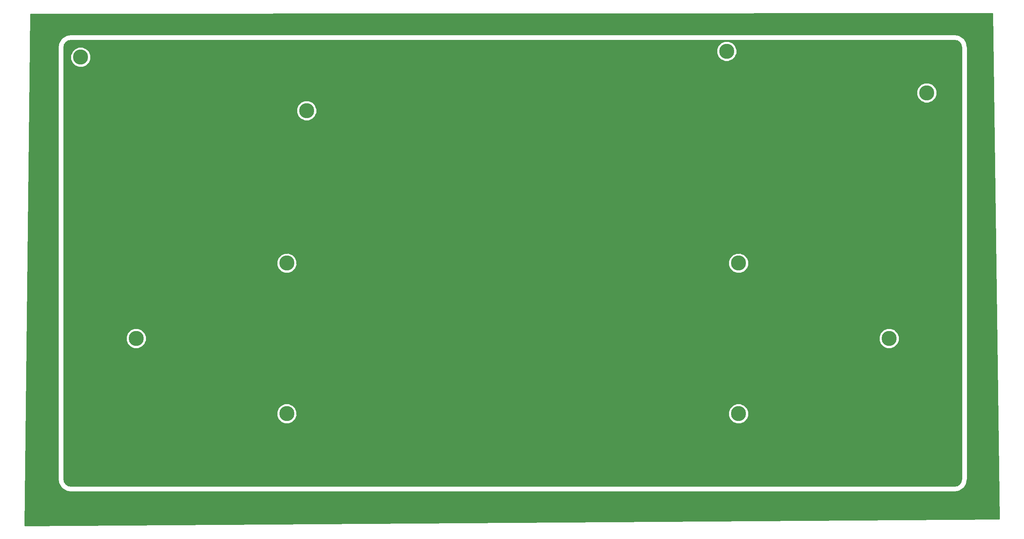
<source format=gbl>
G04 #@! TF.FileFunction,Copper,L2,Bot,Signal*
%FSLAX46Y46*%
G04 Gerber Fmt 4.6, Leading zero omitted, Abs format (unit mm)*
G04 Created by KiCad (PCBNEW 4.0.7) date 09/10/18 23:50:29*
%MOMM*%
%LPD*%
G01*
G04 APERTURE LIST*
%ADD10C,0.100000*%
%ADD11C,3.800000*%
%ADD12C,0.254000*%
G04 APERTURE END LIST*
D10*
D11*
X243500000Y-111500000D03*
X202500000Y-39000000D03*
X96500000Y-54000000D03*
X39500000Y-40500000D03*
X205500000Y-92500000D03*
X91500000Y-92500000D03*
X53500000Y-111500000D03*
X91500000Y-130500000D03*
X205500000Y-130500000D03*
X253000000Y-49500000D03*
D12*
G36*
X271271312Y-157073886D02*
X25428392Y-158772110D01*
X26735045Y-38000000D01*
X33790000Y-38000000D01*
X33790000Y-147000000D01*
X33803642Y-147068584D01*
X33803642Y-147138514D01*
X33993943Y-148095223D01*
X34068907Y-148276200D01*
X34099958Y-148351164D01*
X34641889Y-149162222D01*
X34837778Y-149358110D01*
X35648836Y-149900042D01*
X35754851Y-149943955D01*
X35904777Y-150006057D01*
X36861486Y-150196358D01*
X36931416Y-150196358D01*
X37000000Y-150210000D01*
X260000000Y-150210000D01*
X260068584Y-150196358D01*
X260138514Y-150196358D01*
X261095223Y-150006057D01*
X261276200Y-149931093D01*
X261351164Y-149900042D01*
X262162222Y-149358111D01*
X262358110Y-149162222D01*
X262900042Y-148351164D01*
X262972008Y-148177424D01*
X263006057Y-148095223D01*
X263196358Y-147138514D01*
X263196358Y-147068584D01*
X263210000Y-147000000D01*
X263210000Y-38000000D01*
X263196358Y-37931416D01*
X263196358Y-37861486D01*
X263006057Y-36904777D01*
X262900042Y-36648837D01*
X262900042Y-36648836D01*
X262358110Y-35837778D01*
X262292037Y-35771705D01*
X262162222Y-35641889D01*
X261351164Y-35099958D01*
X261276200Y-35068907D01*
X261095223Y-34993943D01*
X260138514Y-34803642D01*
X260068584Y-34803642D01*
X260000000Y-34790000D01*
X37000000Y-34790000D01*
X36931416Y-34803642D01*
X35904777Y-34993943D01*
X35754851Y-35056045D01*
X35648836Y-35099958D01*
X34837778Y-35641890D01*
X34641889Y-35837778D01*
X34099958Y-36648836D01*
X34099958Y-36648837D01*
X33993943Y-36904777D01*
X33803642Y-37861486D01*
X33803642Y-37931416D01*
X33790000Y-38000000D01*
X26735045Y-38000000D01*
X26825635Y-29626897D01*
X269574678Y-29427103D01*
X271271312Y-157073886D01*
X271271312Y-157073886D01*
G37*
X271271312Y-157073886D02*
X25428392Y-158772110D01*
X26735045Y-38000000D01*
X33790000Y-38000000D01*
X33790000Y-147000000D01*
X33803642Y-147068584D01*
X33803642Y-147138514D01*
X33993943Y-148095223D01*
X34068907Y-148276200D01*
X34099958Y-148351164D01*
X34641889Y-149162222D01*
X34837778Y-149358110D01*
X35648836Y-149900042D01*
X35754851Y-149943955D01*
X35904777Y-150006057D01*
X36861486Y-150196358D01*
X36931416Y-150196358D01*
X37000000Y-150210000D01*
X260000000Y-150210000D01*
X260068584Y-150196358D01*
X260138514Y-150196358D01*
X261095223Y-150006057D01*
X261276200Y-149931093D01*
X261351164Y-149900042D01*
X262162222Y-149358111D01*
X262358110Y-149162222D01*
X262900042Y-148351164D01*
X262972008Y-148177424D01*
X263006057Y-148095223D01*
X263196358Y-147138514D01*
X263196358Y-147068584D01*
X263210000Y-147000000D01*
X263210000Y-38000000D01*
X263196358Y-37931416D01*
X263196358Y-37861486D01*
X263006057Y-36904777D01*
X262900042Y-36648837D01*
X262900042Y-36648836D01*
X262358110Y-35837778D01*
X262292037Y-35771705D01*
X262162222Y-35641889D01*
X261351164Y-35099958D01*
X261276200Y-35068907D01*
X261095223Y-34993943D01*
X260138514Y-34803642D01*
X260068584Y-34803642D01*
X260000000Y-34790000D01*
X37000000Y-34790000D01*
X36931416Y-34803642D01*
X35904777Y-34993943D01*
X35754851Y-35056045D01*
X35648836Y-35099958D01*
X34837778Y-35641890D01*
X34641889Y-35837778D01*
X34099958Y-36648836D01*
X34099958Y-36648837D01*
X33993943Y-36904777D01*
X33803642Y-37861486D01*
X33803642Y-37931416D01*
X33790000Y-38000000D01*
X26735045Y-38000000D01*
X26825635Y-29626897D01*
X269574678Y-29427103D01*
X271271312Y-157073886D01*
G36*
X260679682Y-36359107D02*
X261255885Y-36744114D01*
X261640893Y-37320319D01*
X261790000Y-38069931D01*
X261790000Y-146930069D01*
X261640893Y-147679681D01*
X261255885Y-148255886D01*
X260679682Y-148640893D01*
X259930069Y-148790000D01*
X37069931Y-148790000D01*
X36320319Y-148640893D01*
X35744114Y-148255885D01*
X35359107Y-147679682D01*
X35210000Y-146930069D01*
X35210000Y-130020843D01*
X88960138Y-130020843D01*
X88964989Y-130511510D01*
X88964561Y-131002031D01*
X88969968Y-131015117D01*
X88970108Y-131029279D01*
X89336839Y-131914647D01*
X89343157Y-131918304D01*
X89349678Y-131934086D01*
X90062163Y-132647816D01*
X90080998Y-132655637D01*
X90085353Y-132663161D01*
X90540500Y-132846438D01*
X90993545Y-133034559D01*
X91007704Y-133034571D01*
X91020843Y-133039862D01*
X91511510Y-133035011D01*
X92002031Y-133035439D01*
X92015117Y-133030032D01*
X92029279Y-133029892D01*
X92914647Y-132663161D01*
X92918304Y-132656843D01*
X92934086Y-132650322D01*
X93647816Y-131937837D01*
X93655637Y-131919002D01*
X93663161Y-131914647D01*
X93846438Y-131459500D01*
X94034559Y-131006455D01*
X94034571Y-130992296D01*
X94039862Y-130979157D01*
X94035011Y-130488490D01*
X94035419Y-130020843D01*
X202960138Y-130020843D01*
X202964989Y-130511510D01*
X202964561Y-131002031D01*
X202969968Y-131015117D01*
X202970108Y-131029279D01*
X203336839Y-131914647D01*
X203343157Y-131918304D01*
X203349678Y-131934086D01*
X204062163Y-132647816D01*
X204080998Y-132655637D01*
X204085353Y-132663161D01*
X204540500Y-132846438D01*
X204993545Y-133034559D01*
X205007704Y-133034571D01*
X205020843Y-133039862D01*
X205511510Y-133035011D01*
X206002031Y-133035439D01*
X206015117Y-133030032D01*
X206029279Y-133029892D01*
X206914647Y-132663161D01*
X206918304Y-132656843D01*
X206934086Y-132650322D01*
X207647816Y-131937837D01*
X207655637Y-131919002D01*
X207663161Y-131914647D01*
X207846438Y-131459500D01*
X208034559Y-131006455D01*
X208034571Y-130992296D01*
X208039862Y-130979157D01*
X208035011Y-130488490D01*
X208035439Y-129997969D01*
X208030032Y-129984883D01*
X208029892Y-129970721D01*
X207663161Y-129085353D01*
X207656843Y-129081696D01*
X207650322Y-129065914D01*
X206937837Y-128352184D01*
X206919002Y-128344363D01*
X206914647Y-128336839D01*
X206459500Y-128153562D01*
X206006455Y-127965441D01*
X205992296Y-127965429D01*
X205979157Y-127960138D01*
X205488490Y-127964989D01*
X204997969Y-127964561D01*
X204984883Y-127969968D01*
X204970721Y-127970108D01*
X204085353Y-128336839D01*
X204081696Y-128343157D01*
X204065914Y-128349678D01*
X203352184Y-129062163D01*
X203344363Y-129080998D01*
X203336839Y-129085353D01*
X203153562Y-129540500D01*
X202965441Y-129993545D01*
X202965429Y-130007704D01*
X202960138Y-130020843D01*
X94035419Y-130020843D01*
X94035439Y-129997969D01*
X94030032Y-129984883D01*
X94029892Y-129970721D01*
X93663161Y-129085353D01*
X93656843Y-129081696D01*
X93650322Y-129065914D01*
X92937837Y-128352184D01*
X92919002Y-128344363D01*
X92914647Y-128336839D01*
X92459500Y-128153562D01*
X92006455Y-127965441D01*
X91992296Y-127965429D01*
X91979157Y-127960138D01*
X91488490Y-127964989D01*
X90997969Y-127964561D01*
X90984883Y-127969968D01*
X90970721Y-127970108D01*
X90085353Y-128336839D01*
X90081696Y-128343157D01*
X90065914Y-128349678D01*
X89352184Y-129062163D01*
X89344363Y-129080998D01*
X89336839Y-129085353D01*
X89153562Y-129540500D01*
X88965441Y-129993545D01*
X88965429Y-130007704D01*
X88960138Y-130020843D01*
X35210000Y-130020843D01*
X35210000Y-111020843D01*
X50960138Y-111020843D01*
X50964989Y-111511510D01*
X50964561Y-112002031D01*
X50969968Y-112015117D01*
X50970108Y-112029279D01*
X51336839Y-112914647D01*
X51343157Y-112918304D01*
X51349678Y-112934086D01*
X52062163Y-113647816D01*
X52080998Y-113655637D01*
X52085353Y-113663161D01*
X52540500Y-113846438D01*
X52993545Y-114034559D01*
X53007704Y-114034571D01*
X53020843Y-114039862D01*
X53511510Y-114035011D01*
X54002031Y-114035439D01*
X54015117Y-114030032D01*
X54029279Y-114029892D01*
X54914647Y-113663161D01*
X54918304Y-113656843D01*
X54934086Y-113650322D01*
X55647816Y-112937837D01*
X55655637Y-112919002D01*
X55663161Y-112914647D01*
X55846438Y-112459500D01*
X56034559Y-112006455D01*
X56034571Y-111992296D01*
X56039862Y-111979157D01*
X56035011Y-111488490D01*
X56035419Y-111020843D01*
X240960138Y-111020843D01*
X240964989Y-111511510D01*
X240964561Y-112002031D01*
X240969968Y-112015117D01*
X240970108Y-112029279D01*
X241336839Y-112914647D01*
X241343157Y-112918304D01*
X241349678Y-112934086D01*
X242062163Y-113647816D01*
X242080998Y-113655637D01*
X242085353Y-113663161D01*
X242540500Y-113846438D01*
X242993545Y-114034559D01*
X243007704Y-114034571D01*
X243020843Y-114039862D01*
X243511510Y-114035011D01*
X244002031Y-114035439D01*
X244015117Y-114030032D01*
X244029279Y-114029892D01*
X244914647Y-113663161D01*
X244918304Y-113656843D01*
X244934086Y-113650322D01*
X245647816Y-112937837D01*
X245655637Y-112919002D01*
X245663161Y-112914647D01*
X245846438Y-112459500D01*
X246034559Y-112006455D01*
X246034571Y-111992296D01*
X246039862Y-111979157D01*
X246035011Y-111488490D01*
X246035439Y-110997969D01*
X246030032Y-110984883D01*
X246029892Y-110970721D01*
X245663161Y-110085353D01*
X245656843Y-110081696D01*
X245650322Y-110065914D01*
X244937837Y-109352184D01*
X244919002Y-109344363D01*
X244914647Y-109336839D01*
X244459500Y-109153562D01*
X244006455Y-108965441D01*
X243992296Y-108965429D01*
X243979157Y-108960138D01*
X243488490Y-108964989D01*
X242997969Y-108964561D01*
X242984883Y-108969968D01*
X242970721Y-108970108D01*
X242085353Y-109336839D01*
X242081696Y-109343157D01*
X242065914Y-109349678D01*
X241352184Y-110062163D01*
X241344363Y-110080998D01*
X241336839Y-110085353D01*
X241153562Y-110540500D01*
X240965441Y-110993545D01*
X240965429Y-111007704D01*
X240960138Y-111020843D01*
X56035419Y-111020843D01*
X56035439Y-110997969D01*
X56030032Y-110984883D01*
X56029892Y-110970721D01*
X55663161Y-110085353D01*
X55656843Y-110081696D01*
X55650322Y-110065914D01*
X54937837Y-109352184D01*
X54919002Y-109344363D01*
X54914647Y-109336839D01*
X54459500Y-109153562D01*
X54006455Y-108965441D01*
X53992296Y-108965429D01*
X53979157Y-108960138D01*
X53488490Y-108964989D01*
X52997969Y-108964561D01*
X52984883Y-108969968D01*
X52970721Y-108970108D01*
X52085353Y-109336839D01*
X52081696Y-109343157D01*
X52065914Y-109349678D01*
X51352184Y-110062163D01*
X51344363Y-110080998D01*
X51336839Y-110085353D01*
X51153562Y-110540500D01*
X50965441Y-110993545D01*
X50965429Y-111007704D01*
X50960138Y-111020843D01*
X35210000Y-111020843D01*
X35210000Y-92020843D01*
X88960138Y-92020843D01*
X88964989Y-92511510D01*
X88964561Y-93002031D01*
X88969968Y-93015117D01*
X88970108Y-93029279D01*
X89336839Y-93914647D01*
X89343157Y-93918304D01*
X89349678Y-93934086D01*
X90062163Y-94647816D01*
X90080998Y-94655637D01*
X90085353Y-94663161D01*
X90540500Y-94846438D01*
X90993545Y-95034559D01*
X91007704Y-95034571D01*
X91020843Y-95039862D01*
X91511510Y-95035011D01*
X92002031Y-95035439D01*
X92015117Y-95030032D01*
X92029279Y-95029892D01*
X92914647Y-94663161D01*
X92918304Y-94656843D01*
X92934086Y-94650322D01*
X93647816Y-93937837D01*
X93655637Y-93919002D01*
X93663161Y-93914647D01*
X93846438Y-93459500D01*
X94034559Y-93006455D01*
X94034571Y-92992296D01*
X94039862Y-92979157D01*
X94035011Y-92488490D01*
X94035419Y-92020843D01*
X202960138Y-92020843D01*
X202964989Y-92511510D01*
X202964561Y-93002031D01*
X202969968Y-93015117D01*
X202970108Y-93029279D01*
X203336839Y-93914647D01*
X203343157Y-93918304D01*
X203349678Y-93934086D01*
X204062163Y-94647816D01*
X204080998Y-94655637D01*
X204085353Y-94663161D01*
X204540500Y-94846438D01*
X204993545Y-95034559D01*
X205007704Y-95034571D01*
X205020843Y-95039862D01*
X205511510Y-95035011D01*
X206002031Y-95035439D01*
X206015117Y-95030032D01*
X206029279Y-95029892D01*
X206914647Y-94663161D01*
X206918304Y-94656843D01*
X206934086Y-94650322D01*
X207647816Y-93937837D01*
X207655637Y-93919002D01*
X207663161Y-93914647D01*
X207846438Y-93459500D01*
X208034559Y-93006455D01*
X208034571Y-92992296D01*
X208039862Y-92979157D01*
X208035011Y-92488490D01*
X208035439Y-91997969D01*
X208030032Y-91984883D01*
X208029892Y-91970721D01*
X207663161Y-91085353D01*
X207656843Y-91081696D01*
X207650322Y-91065914D01*
X206937837Y-90352184D01*
X206919002Y-90344363D01*
X206914647Y-90336839D01*
X206459500Y-90153562D01*
X206006455Y-89965441D01*
X205992296Y-89965429D01*
X205979157Y-89960138D01*
X205488490Y-89964989D01*
X204997969Y-89964561D01*
X204984883Y-89969968D01*
X204970721Y-89970108D01*
X204085353Y-90336839D01*
X204081696Y-90343157D01*
X204065914Y-90349678D01*
X203352184Y-91062163D01*
X203344363Y-91080998D01*
X203336839Y-91085353D01*
X203153562Y-91540500D01*
X202965441Y-91993545D01*
X202965429Y-92007704D01*
X202960138Y-92020843D01*
X94035419Y-92020843D01*
X94035439Y-91997969D01*
X94030032Y-91984883D01*
X94029892Y-91970721D01*
X93663161Y-91085353D01*
X93656843Y-91081696D01*
X93650322Y-91065914D01*
X92937837Y-90352184D01*
X92919002Y-90344363D01*
X92914647Y-90336839D01*
X92459500Y-90153562D01*
X92006455Y-89965441D01*
X91992296Y-89965429D01*
X91979157Y-89960138D01*
X91488490Y-89964989D01*
X90997969Y-89964561D01*
X90984883Y-89969968D01*
X90970721Y-89970108D01*
X90085353Y-90336839D01*
X90081696Y-90343157D01*
X90065914Y-90349678D01*
X89352184Y-91062163D01*
X89344363Y-91080998D01*
X89336839Y-91085353D01*
X89153562Y-91540500D01*
X88965441Y-91993545D01*
X88965429Y-92007704D01*
X88960138Y-92020843D01*
X35210000Y-92020843D01*
X35210000Y-53520843D01*
X93960138Y-53520843D01*
X93964989Y-54011510D01*
X93964561Y-54502031D01*
X93969968Y-54515117D01*
X93970108Y-54529279D01*
X94336839Y-55414647D01*
X94343157Y-55418304D01*
X94349678Y-55434086D01*
X95062163Y-56147816D01*
X95080998Y-56155637D01*
X95085353Y-56163161D01*
X95540500Y-56346438D01*
X95993545Y-56534559D01*
X96007704Y-56534571D01*
X96020843Y-56539862D01*
X96511510Y-56535011D01*
X97002031Y-56535439D01*
X97015117Y-56530032D01*
X97029279Y-56529892D01*
X97914647Y-56163161D01*
X97918304Y-56156843D01*
X97934086Y-56150322D01*
X98647816Y-55437837D01*
X98655637Y-55419002D01*
X98663161Y-55414647D01*
X98846438Y-54959500D01*
X99034559Y-54506455D01*
X99034571Y-54492296D01*
X99039862Y-54479157D01*
X99035011Y-53988490D01*
X99035439Y-53497969D01*
X99030032Y-53484883D01*
X99029892Y-53470721D01*
X98663161Y-52585353D01*
X98656843Y-52581696D01*
X98650322Y-52565914D01*
X97937837Y-51852184D01*
X97919002Y-51844363D01*
X97914647Y-51836839D01*
X97459500Y-51653562D01*
X97006455Y-51465441D01*
X96992296Y-51465429D01*
X96979157Y-51460138D01*
X96488490Y-51464989D01*
X95997969Y-51464561D01*
X95984883Y-51469968D01*
X95970721Y-51470108D01*
X95085353Y-51836839D01*
X95081696Y-51843157D01*
X95065914Y-51849678D01*
X94352184Y-52562163D01*
X94344363Y-52580998D01*
X94336839Y-52585353D01*
X94153562Y-53040500D01*
X93965441Y-53493545D01*
X93965429Y-53507704D01*
X93960138Y-53520843D01*
X35210000Y-53520843D01*
X35210000Y-49020843D01*
X250460138Y-49020843D01*
X250464989Y-49511510D01*
X250464561Y-50002031D01*
X250469968Y-50015117D01*
X250470108Y-50029279D01*
X250836839Y-50914647D01*
X250843157Y-50918304D01*
X250849678Y-50934086D01*
X251562163Y-51647816D01*
X251580998Y-51655637D01*
X251585353Y-51663161D01*
X252040500Y-51846438D01*
X252493545Y-52034559D01*
X252507704Y-52034571D01*
X252520843Y-52039862D01*
X253011510Y-52035011D01*
X253502031Y-52035439D01*
X253515117Y-52030032D01*
X253529279Y-52029892D01*
X254414647Y-51663161D01*
X254418304Y-51656843D01*
X254434086Y-51650322D01*
X255147816Y-50937837D01*
X255155637Y-50919002D01*
X255163161Y-50914647D01*
X255346438Y-50459500D01*
X255534559Y-50006455D01*
X255534571Y-49992296D01*
X255539862Y-49979157D01*
X255535011Y-49488490D01*
X255535439Y-48997969D01*
X255530032Y-48984883D01*
X255529892Y-48970721D01*
X255163161Y-48085353D01*
X255156843Y-48081696D01*
X255150322Y-48065914D01*
X254437837Y-47352184D01*
X254419002Y-47344363D01*
X254414647Y-47336839D01*
X253959500Y-47153562D01*
X253506455Y-46965441D01*
X253492296Y-46965429D01*
X253479157Y-46960138D01*
X252988490Y-46964989D01*
X252497969Y-46964561D01*
X252484883Y-46969968D01*
X252470721Y-46970108D01*
X251585353Y-47336839D01*
X251581696Y-47343157D01*
X251565914Y-47349678D01*
X250852184Y-48062163D01*
X250844363Y-48080998D01*
X250836839Y-48085353D01*
X250653562Y-48540500D01*
X250465441Y-48993545D01*
X250465429Y-49007704D01*
X250460138Y-49020843D01*
X35210000Y-49020843D01*
X35210000Y-40020843D01*
X36960138Y-40020843D01*
X36964989Y-40511510D01*
X36964561Y-41002031D01*
X36969968Y-41015117D01*
X36970108Y-41029279D01*
X37336839Y-41914647D01*
X37343157Y-41918304D01*
X37349678Y-41934086D01*
X38062163Y-42647816D01*
X38080998Y-42655637D01*
X38085353Y-42663161D01*
X38540500Y-42846438D01*
X38993545Y-43034559D01*
X39007704Y-43034571D01*
X39020843Y-43039862D01*
X39511510Y-43035011D01*
X40002031Y-43035439D01*
X40015117Y-43030032D01*
X40029279Y-43029892D01*
X40914647Y-42663161D01*
X40918304Y-42656843D01*
X40934086Y-42650322D01*
X41647816Y-41937837D01*
X41655637Y-41919002D01*
X41663161Y-41914647D01*
X41846438Y-41459500D01*
X42034559Y-41006455D01*
X42034571Y-40992296D01*
X42039862Y-40979157D01*
X42035011Y-40488490D01*
X42035439Y-39997969D01*
X42030032Y-39984883D01*
X42029892Y-39970721D01*
X41663161Y-39085353D01*
X41656843Y-39081696D01*
X41650322Y-39065914D01*
X41106202Y-38520843D01*
X199960138Y-38520843D01*
X199964989Y-39011510D01*
X199964561Y-39502031D01*
X199969968Y-39515117D01*
X199970108Y-39529279D01*
X200336839Y-40414647D01*
X200343157Y-40418304D01*
X200349678Y-40434086D01*
X201062163Y-41147816D01*
X201080998Y-41155637D01*
X201085353Y-41163161D01*
X201540500Y-41346438D01*
X201993545Y-41534559D01*
X202007704Y-41534571D01*
X202020843Y-41539862D01*
X202511510Y-41535011D01*
X203002031Y-41535439D01*
X203015117Y-41530032D01*
X203029279Y-41529892D01*
X203914647Y-41163161D01*
X203918304Y-41156843D01*
X203934086Y-41150322D01*
X204647816Y-40437837D01*
X204655637Y-40419002D01*
X204663161Y-40414647D01*
X204846438Y-39959500D01*
X205034559Y-39506455D01*
X205034571Y-39492296D01*
X205039862Y-39479157D01*
X205035011Y-38988490D01*
X205035439Y-38497969D01*
X205030032Y-38484883D01*
X205029892Y-38470721D01*
X204663161Y-37585353D01*
X204656843Y-37581696D01*
X204650322Y-37565914D01*
X203937837Y-36852184D01*
X203919002Y-36844363D01*
X203914647Y-36836839D01*
X203459500Y-36653562D01*
X203006455Y-36465441D01*
X202992296Y-36465429D01*
X202979157Y-36460138D01*
X202488490Y-36464989D01*
X201997969Y-36464561D01*
X201984883Y-36469968D01*
X201970721Y-36470108D01*
X201085353Y-36836839D01*
X201081696Y-36843157D01*
X201065914Y-36849678D01*
X200352184Y-37562163D01*
X200344363Y-37580998D01*
X200336839Y-37585353D01*
X200153562Y-38040500D01*
X199965441Y-38493545D01*
X199965429Y-38507704D01*
X199960138Y-38520843D01*
X41106202Y-38520843D01*
X40937837Y-38352184D01*
X40919002Y-38344363D01*
X40914647Y-38336839D01*
X40459500Y-38153562D01*
X40006455Y-37965441D01*
X39992296Y-37965429D01*
X39979157Y-37960138D01*
X39488490Y-37964989D01*
X38997969Y-37964561D01*
X38984883Y-37969968D01*
X38970721Y-37970108D01*
X38085353Y-38336839D01*
X38081696Y-38343157D01*
X38065914Y-38349678D01*
X37352184Y-39062163D01*
X37344363Y-39080998D01*
X37336839Y-39085353D01*
X37153562Y-39540500D01*
X36965441Y-39993545D01*
X36965429Y-40007704D01*
X36960138Y-40020843D01*
X35210000Y-40020843D01*
X35210000Y-38069931D01*
X35359107Y-37320318D01*
X35744114Y-36744115D01*
X36320319Y-36359107D01*
X37069931Y-36210000D01*
X259930069Y-36210000D01*
X260679682Y-36359107D01*
X260679682Y-36359107D01*
G37*
X260679682Y-36359107D02*
X261255885Y-36744114D01*
X261640893Y-37320319D01*
X261790000Y-38069931D01*
X261790000Y-146930069D01*
X261640893Y-147679681D01*
X261255885Y-148255886D01*
X260679682Y-148640893D01*
X259930069Y-148790000D01*
X37069931Y-148790000D01*
X36320319Y-148640893D01*
X35744114Y-148255885D01*
X35359107Y-147679682D01*
X35210000Y-146930069D01*
X35210000Y-130020843D01*
X88960138Y-130020843D01*
X88964989Y-130511510D01*
X88964561Y-131002031D01*
X88969968Y-131015117D01*
X88970108Y-131029279D01*
X89336839Y-131914647D01*
X89343157Y-131918304D01*
X89349678Y-131934086D01*
X90062163Y-132647816D01*
X90080998Y-132655637D01*
X90085353Y-132663161D01*
X90540500Y-132846438D01*
X90993545Y-133034559D01*
X91007704Y-133034571D01*
X91020843Y-133039862D01*
X91511510Y-133035011D01*
X92002031Y-133035439D01*
X92015117Y-133030032D01*
X92029279Y-133029892D01*
X92914647Y-132663161D01*
X92918304Y-132656843D01*
X92934086Y-132650322D01*
X93647816Y-131937837D01*
X93655637Y-131919002D01*
X93663161Y-131914647D01*
X93846438Y-131459500D01*
X94034559Y-131006455D01*
X94034571Y-130992296D01*
X94039862Y-130979157D01*
X94035011Y-130488490D01*
X94035419Y-130020843D01*
X202960138Y-130020843D01*
X202964989Y-130511510D01*
X202964561Y-131002031D01*
X202969968Y-131015117D01*
X202970108Y-131029279D01*
X203336839Y-131914647D01*
X203343157Y-131918304D01*
X203349678Y-131934086D01*
X204062163Y-132647816D01*
X204080998Y-132655637D01*
X204085353Y-132663161D01*
X204540500Y-132846438D01*
X204993545Y-133034559D01*
X205007704Y-133034571D01*
X205020843Y-133039862D01*
X205511510Y-133035011D01*
X206002031Y-133035439D01*
X206015117Y-133030032D01*
X206029279Y-133029892D01*
X206914647Y-132663161D01*
X206918304Y-132656843D01*
X206934086Y-132650322D01*
X207647816Y-131937837D01*
X207655637Y-131919002D01*
X207663161Y-131914647D01*
X207846438Y-131459500D01*
X208034559Y-131006455D01*
X208034571Y-130992296D01*
X208039862Y-130979157D01*
X208035011Y-130488490D01*
X208035439Y-129997969D01*
X208030032Y-129984883D01*
X208029892Y-129970721D01*
X207663161Y-129085353D01*
X207656843Y-129081696D01*
X207650322Y-129065914D01*
X206937837Y-128352184D01*
X206919002Y-128344363D01*
X206914647Y-128336839D01*
X206459500Y-128153562D01*
X206006455Y-127965441D01*
X205992296Y-127965429D01*
X205979157Y-127960138D01*
X205488490Y-127964989D01*
X204997969Y-127964561D01*
X204984883Y-127969968D01*
X204970721Y-127970108D01*
X204085353Y-128336839D01*
X204081696Y-128343157D01*
X204065914Y-128349678D01*
X203352184Y-129062163D01*
X203344363Y-129080998D01*
X203336839Y-129085353D01*
X203153562Y-129540500D01*
X202965441Y-129993545D01*
X202965429Y-130007704D01*
X202960138Y-130020843D01*
X94035419Y-130020843D01*
X94035439Y-129997969D01*
X94030032Y-129984883D01*
X94029892Y-129970721D01*
X93663161Y-129085353D01*
X93656843Y-129081696D01*
X93650322Y-129065914D01*
X92937837Y-128352184D01*
X92919002Y-128344363D01*
X92914647Y-128336839D01*
X92459500Y-128153562D01*
X92006455Y-127965441D01*
X91992296Y-127965429D01*
X91979157Y-127960138D01*
X91488490Y-127964989D01*
X90997969Y-127964561D01*
X90984883Y-127969968D01*
X90970721Y-127970108D01*
X90085353Y-128336839D01*
X90081696Y-128343157D01*
X90065914Y-128349678D01*
X89352184Y-129062163D01*
X89344363Y-129080998D01*
X89336839Y-129085353D01*
X89153562Y-129540500D01*
X88965441Y-129993545D01*
X88965429Y-130007704D01*
X88960138Y-130020843D01*
X35210000Y-130020843D01*
X35210000Y-111020843D01*
X50960138Y-111020843D01*
X50964989Y-111511510D01*
X50964561Y-112002031D01*
X50969968Y-112015117D01*
X50970108Y-112029279D01*
X51336839Y-112914647D01*
X51343157Y-112918304D01*
X51349678Y-112934086D01*
X52062163Y-113647816D01*
X52080998Y-113655637D01*
X52085353Y-113663161D01*
X52540500Y-113846438D01*
X52993545Y-114034559D01*
X53007704Y-114034571D01*
X53020843Y-114039862D01*
X53511510Y-114035011D01*
X54002031Y-114035439D01*
X54015117Y-114030032D01*
X54029279Y-114029892D01*
X54914647Y-113663161D01*
X54918304Y-113656843D01*
X54934086Y-113650322D01*
X55647816Y-112937837D01*
X55655637Y-112919002D01*
X55663161Y-112914647D01*
X55846438Y-112459500D01*
X56034559Y-112006455D01*
X56034571Y-111992296D01*
X56039862Y-111979157D01*
X56035011Y-111488490D01*
X56035419Y-111020843D01*
X240960138Y-111020843D01*
X240964989Y-111511510D01*
X240964561Y-112002031D01*
X240969968Y-112015117D01*
X240970108Y-112029279D01*
X241336839Y-112914647D01*
X241343157Y-112918304D01*
X241349678Y-112934086D01*
X242062163Y-113647816D01*
X242080998Y-113655637D01*
X242085353Y-113663161D01*
X242540500Y-113846438D01*
X242993545Y-114034559D01*
X243007704Y-114034571D01*
X243020843Y-114039862D01*
X243511510Y-114035011D01*
X244002031Y-114035439D01*
X244015117Y-114030032D01*
X244029279Y-114029892D01*
X244914647Y-113663161D01*
X244918304Y-113656843D01*
X244934086Y-113650322D01*
X245647816Y-112937837D01*
X245655637Y-112919002D01*
X245663161Y-112914647D01*
X245846438Y-112459500D01*
X246034559Y-112006455D01*
X246034571Y-111992296D01*
X246039862Y-111979157D01*
X246035011Y-111488490D01*
X246035439Y-110997969D01*
X246030032Y-110984883D01*
X246029892Y-110970721D01*
X245663161Y-110085353D01*
X245656843Y-110081696D01*
X245650322Y-110065914D01*
X244937837Y-109352184D01*
X244919002Y-109344363D01*
X244914647Y-109336839D01*
X244459500Y-109153562D01*
X244006455Y-108965441D01*
X243992296Y-108965429D01*
X243979157Y-108960138D01*
X243488490Y-108964989D01*
X242997969Y-108964561D01*
X242984883Y-108969968D01*
X242970721Y-108970108D01*
X242085353Y-109336839D01*
X242081696Y-109343157D01*
X242065914Y-109349678D01*
X241352184Y-110062163D01*
X241344363Y-110080998D01*
X241336839Y-110085353D01*
X241153562Y-110540500D01*
X240965441Y-110993545D01*
X240965429Y-111007704D01*
X240960138Y-111020843D01*
X56035419Y-111020843D01*
X56035439Y-110997969D01*
X56030032Y-110984883D01*
X56029892Y-110970721D01*
X55663161Y-110085353D01*
X55656843Y-110081696D01*
X55650322Y-110065914D01*
X54937837Y-109352184D01*
X54919002Y-109344363D01*
X54914647Y-109336839D01*
X54459500Y-109153562D01*
X54006455Y-108965441D01*
X53992296Y-108965429D01*
X53979157Y-108960138D01*
X53488490Y-108964989D01*
X52997969Y-108964561D01*
X52984883Y-108969968D01*
X52970721Y-108970108D01*
X52085353Y-109336839D01*
X52081696Y-109343157D01*
X52065914Y-109349678D01*
X51352184Y-110062163D01*
X51344363Y-110080998D01*
X51336839Y-110085353D01*
X51153562Y-110540500D01*
X50965441Y-110993545D01*
X50965429Y-111007704D01*
X50960138Y-111020843D01*
X35210000Y-111020843D01*
X35210000Y-92020843D01*
X88960138Y-92020843D01*
X88964989Y-92511510D01*
X88964561Y-93002031D01*
X88969968Y-93015117D01*
X88970108Y-93029279D01*
X89336839Y-93914647D01*
X89343157Y-93918304D01*
X89349678Y-93934086D01*
X90062163Y-94647816D01*
X90080998Y-94655637D01*
X90085353Y-94663161D01*
X90540500Y-94846438D01*
X90993545Y-95034559D01*
X91007704Y-95034571D01*
X91020843Y-95039862D01*
X91511510Y-95035011D01*
X92002031Y-95035439D01*
X92015117Y-95030032D01*
X92029279Y-95029892D01*
X92914647Y-94663161D01*
X92918304Y-94656843D01*
X92934086Y-94650322D01*
X93647816Y-93937837D01*
X93655637Y-93919002D01*
X93663161Y-93914647D01*
X93846438Y-93459500D01*
X94034559Y-93006455D01*
X94034571Y-92992296D01*
X94039862Y-92979157D01*
X94035011Y-92488490D01*
X94035419Y-92020843D01*
X202960138Y-92020843D01*
X202964989Y-92511510D01*
X202964561Y-93002031D01*
X202969968Y-93015117D01*
X202970108Y-93029279D01*
X203336839Y-93914647D01*
X203343157Y-93918304D01*
X203349678Y-93934086D01*
X204062163Y-94647816D01*
X204080998Y-94655637D01*
X204085353Y-94663161D01*
X204540500Y-94846438D01*
X204993545Y-95034559D01*
X205007704Y-95034571D01*
X205020843Y-95039862D01*
X205511510Y-95035011D01*
X206002031Y-95035439D01*
X206015117Y-95030032D01*
X206029279Y-95029892D01*
X206914647Y-94663161D01*
X206918304Y-94656843D01*
X206934086Y-94650322D01*
X207647816Y-93937837D01*
X207655637Y-93919002D01*
X207663161Y-93914647D01*
X207846438Y-93459500D01*
X208034559Y-93006455D01*
X208034571Y-92992296D01*
X208039862Y-92979157D01*
X208035011Y-92488490D01*
X208035439Y-91997969D01*
X208030032Y-91984883D01*
X208029892Y-91970721D01*
X207663161Y-91085353D01*
X207656843Y-91081696D01*
X207650322Y-91065914D01*
X206937837Y-90352184D01*
X206919002Y-90344363D01*
X206914647Y-90336839D01*
X206459500Y-90153562D01*
X206006455Y-89965441D01*
X205992296Y-89965429D01*
X205979157Y-89960138D01*
X205488490Y-89964989D01*
X204997969Y-89964561D01*
X204984883Y-89969968D01*
X204970721Y-89970108D01*
X204085353Y-90336839D01*
X204081696Y-90343157D01*
X204065914Y-90349678D01*
X203352184Y-91062163D01*
X203344363Y-91080998D01*
X203336839Y-91085353D01*
X203153562Y-91540500D01*
X202965441Y-91993545D01*
X202965429Y-92007704D01*
X202960138Y-92020843D01*
X94035419Y-92020843D01*
X94035439Y-91997969D01*
X94030032Y-91984883D01*
X94029892Y-91970721D01*
X93663161Y-91085353D01*
X93656843Y-91081696D01*
X93650322Y-91065914D01*
X92937837Y-90352184D01*
X92919002Y-90344363D01*
X92914647Y-90336839D01*
X92459500Y-90153562D01*
X92006455Y-89965441D01*
X91992296Y-89965429D01*
X91979157Y-89960138D01*
X91488490Y-89964989D01*
X90997969Y-89964561D01*
X90984883Y-89969968D01*
X90970721Y-89970108D01*
X90085353Y-90336839D01*
X90081696Y-90343157D01*
X90065914Y-90349678D01*
X89352184Y-91062163D01*
X89344363Y-91080998D01*
X89336839Y-91085353D01*
X89153562Y-91540500D01*
X88965441Y-91993545D01*
X88965429Y-92007704D01*
X88960138Y-92020843D01*
X35210000Y-92020843D01*
X35210000Y-53520843D01*
X93960138Y-53520843D01*
X93964989Y-54011510D01*
X93964561Y-54502031D01*
X93969968Y-54515117D01*
X93970108Y-54529279D01*
X94336839Y-55414647D01*
X94343157Y-55418304D01*
X94349678Y-55434086D01*
X95062163Y-56147816D01*
X95080998Y-56155637D01*
X95085353Y-56163161D01*
X95540500Y-56346438D01*
X95993545Y-56534559D01*
X96007704Y-56534571D01*
X96020843Y-56539862D01*
X96511510Y-56535011D01*
X97002031Y-56535439D01*
X97015117Y-56530032D01*
X97029279Y-56529892D01*
X97914647Y-56163161D01*
X97918304Y-56156843D01*
X97934086Y-56150322D01*
X98647816Y-55437837D01*
X98655637Y-55419002D01*
X98663161Y-55414647D01*
X98846438Y-54959500D01*
X99034559Y-54506455D01*
X99034571Y-54492296D01*
X99039862Y-54479157D01*
X99035011Y-53988490D01*
X99035439Y-53497969D01*
X99030032Y-53484883D01*
X99029892Y-53470721D01*
X98663161Y-52585353D01*
X98656843Y-52581696D01*
X98650322Y-52565914D01*
X97937837Y-51852184D01*
X97919002Y-51844363D01*
X97914647Y-51836839D01*
X97459500Y-51653562D01*
X97006455Y-51465441D01*
X96992296Y-51465429D01*
X96979157Y-51460138D01*
X96488490Y-51464989D01*
X95997969Y-51464561D01*
X95984883Y-51469968D01*
X95970721Y-51470108D01*
X95085353Y-51836839D01*
X95081696Y-51843157D01*
X95065914Y-51849678D01*
X94352184Y-52562163D01*
X94344363Y-52580998D01*
X94336839Y-52585353D01*
X94153562Y-53040500D01*
X93965441Y-53493545D01*
X93965429Y-53507704D01*
X93960138Y-53520843D01*
X35210000Y-53520843D01*
X35210000Y-49020843D01*
X250460138Y-49020843D01*
X250464989Y-49511510D01*
X250464561Y-50002031D01*
X250469968Y-50015117D01*
X250470108Y-50029279D01*
X250836839Y-50914647D01*
X250843157Y-50918304D01*
X250849678Y-50934086D01*
X251562163Y-51647816D01*
X251580998Y-51655637D01*
X251585353Y-51663161D01*
X252040500Y-51846438D01*
X252493545Y-52034559D01*
X252507704Y-52034571D01*
X252520843Y-52039862D01*
X253011510Y-52035011D01*
X253502031Y-52035439D01*
X253515117Y-52030032D01*
X253529279Y-52029892D01*
X254414647Y-51663161D01*
X254418304Y-51656843D01*
X254434086Y-51650322D01*
X255147816Y-50937837D01*
X255155637Y-50919002D01*
X255163161Y-50914647D01*
X255346438Y-50459500D01*
X255534559Y-50006455D01*
X255534571Y-49992296D01*
X255539862Y-49979157D01*
X255535011Y-49488490D01*
X255535439Y-48997969D01*
X255530032Y-48984883D01*
X255529892Y-48970721D01*
X255163161Y-48085353D01*
X255156843Y-48081696D01*
X255150322Y-48065914D01*
X254437837Y-47352184D01*
X254419002Y-47344363D01*
X254414647Y-47336839D01*
X253959500Y-47153562D01*
X253506455Y-46965441D01*
X253492296Y-46965429D01*
X253479157Y-46960138D01*
X252988490Y-46964989D01*
X252497969Y-46964561D01*
X252484883Y-46969968D01*
X252470721Y-46970108D01*
X251585353Y-47336839D01*
X251581696Y-47343157D01*
X251565914Y-47349678D01*
X250852184Y-48062163D01*
X250844363Y-48080998D01*
X250836839Y-48085353D01*
X250653562Y-48540500D01*
X250465441Y-48993545D01*
X250465429Y-49007704D01*
X250460138Y-49020843D01*
X35210000Y-49020843D01*
X35210000Y-40020843D01*
X36960138Y-40020843D01*
X36964989Y-40511510D01*
X36964561Y-41002031D01*
X36969968Y-41015117D01*
X36970108Y-41029279D01*
X37336839Y-41914647D01*
X37343157Y-41918304D01*
X37349678Y-41934086D01*
X38062163Y-42647816D01*
X38080998Y-42655637D01*
X38085353Y-42663161D01*
X38540500Y-42846438D01*
X38993545Y-43034559D01*
X39007704Y-43034571D01*
X39020843Y-43039862D01*
X39511510Y-43035011D01*
X40002031Y-43035439D01*
X40015117Y-43030032D01*
X40029279Y-43029892D01*
X40914647Y-42663161D01*
X40918304Y-42656843D01*
X40934086Y-42650322D01*
X41647816Y-41937837D01*
X41655637Y-41919002D01*
X41663161Y-41914647D01*
X41846438Y-41459500D01*
X42034559Y-41006455D01*
X42034571Y-40992296D01*
X42039862Y-40979157D01*
X42035011Y-40488490D01*
X42035439Y-39997969D01*
X42030032Y-39984883D01*
X42029892Y-39970721D01*
X41663161Y-39085353D01*
X41656843Y-39081696D01*
X41650322Y-39065914D01*
X41106202Y-38520843D01*
X199960138Y-38520843D01*
X199964989Y-39011510D01*
X199964561Y-39502031D01*
X199969968Y-39515117D01*
X199970108Y-39529279D01*
X200336839Y-40414647D01*
X200343157Y-40418304D01*
X200349678Y-40434086D01*
X201062163Y-41147816D01*
X201080998Y-41155637D01*
X201085353Y-41163161D01*
X201540500Y-41346438D01*
X201993545Y-41534559D01*
X202007704Y-41534571D01*
X202020843Y-41539862D01*
X202511510Y-41535011D01*
X203002031Y-41535439D01*
X203015117Y-41530032D01*
X203029279Y-41529892D01*
X203914647Y-41163161D01*
X203918304Y-41156843D01*
X203934086Y-41150322D01*
X204647816Y-40437837D01*
X204655637Y-40419002D01*
X204663161Y-40414647D01*
X204846438Y-39959500D01*
X205034559Y-39506455D01*
X205034571Y-39492296D01*
X205039862Y-39479157D01*
X205035011Y-38988490D01*
X205035439Y-38497969D01*
X205030032Y-38484883D01*
X205029892Y-38470721D01*
X204663161Y-37585353D01*
X204656843Y-37581696D01*
X204650322Y-37565914D01*
X203937837Y-36852184D01*
X203919002Y-36844363D01*
X203914647Y-36836839D01*
X203459500Y-36653562D01*
X203006455Y-36465441D01*
X202992296Y-36465429D01*
X202979157Y-36460138D01*
X202488490Y-36464989D01*
X201997969Y-36464561D01*
X201984883Y-36469968D01*
X201970721Y-36470108D01*
X201085353Y-36836839D01*
X201081696Y-36843157D01*
X201065914Y-36849678D01*
X200352184Y-37562163D01*
X200344363Y-37580998D01*
X200336839Y-37585353D01*
X200153562Y-38040500D01*
X199965441Y-38493545D01*
X199965429Y-38507704D01*
X199960138Y-38520843D01*
X41106202Y-38520843D01*
X40937837Y-38352184D01*
X40919002Y-38344363D01*
X40914647Y-38336839D01*
X40459500Y-38153562D01*
X40006455Y-37965441D01*
X39992296Y-37965429D01*
X39979157Y-37960138D01*
X39488490Y-37964989D01*
X38997969Y-37964561D01*
X38984883Y-37969968D01*
X38970721Y-37970108D01*
X38085353Y-38336839D01*
X38081696Y-38343157D01*
X38065914Y-38349678D01*
X37352184Y-39062163D01*
X37344363Y-39080998D01*
X37336839Y-39085353D01*
X37153562Y-39540500D01*
X36965441Y-39993545D01*
X36965429Y-40007704D01*
X36960138Y-40020843D01*
X35210000Y-40020843D01*
X35210000Y-38069931D01*
X35359107Y-37320318D01*
X35744114Y-36744115D01*
X36320319Y-36359107D01*
X37069931Y-36210000D01*
X259930069Y-36210000D01*
X260679682Y-36359107D01*
M02*

</source>
